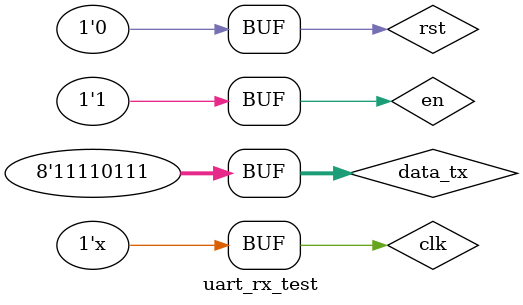
<source format=v>
`timescale 1ns / 1ps


module uart_rx_test;

	// Inputs
	reg clk;
	reg rst;
	reg en;
	reg [7:0] data_tx;

	// Outputs
	wire valid;
	wire rdy;
	wire dout;
	wire [7:0] data_rx;

	// Constant
   parameter CLKS_TW = 10416 * 10;
	parameter END_TIME = CLKS_TW * 10;
	
	uart_tx txi (
		.clk(clk),
		.rst(rst),
		.en(en), 
		.data_tx(data_tx), 
		.rdy(rdy), 
		.dout(dout)
	);

	// Instantiate the Unit Under Test (UUT)
	uart_rx rxi (
		.clk(clk), 
		.rst(rst), 
		.din(dout), 
		.valid(valid), 
		.data_rx(data_rx)
	);


always
begin
	#10 clk <= ~clk;
end

	initial begin
		// Initialize Inputs
		clk = 0;
		rst = 0;
		en = 0;
		
		#CLKS_TW
		
		data_tx <= 8'b11110111;
		en = 1;

		#END_TIME
      
		if(valid == 1)
		begin 
			
		end
		
		// Add stimulus here
		
	end
      
endmodule


</source>
